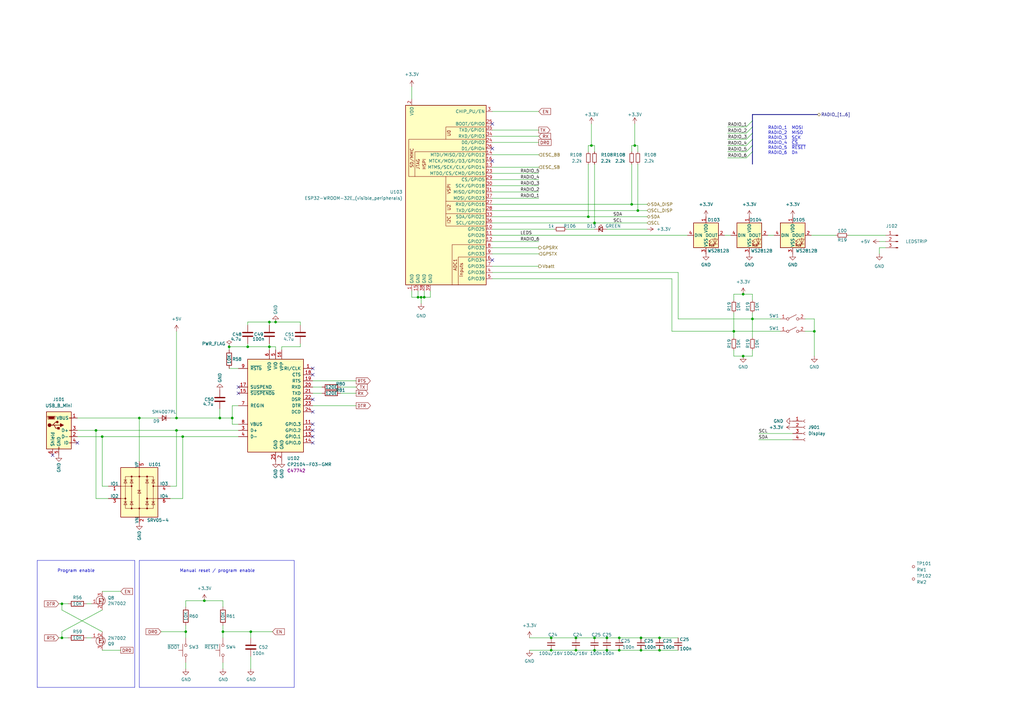
<source format=kicad_sch>
(kicad_sch (version 20230121) (generator eeschema)
  (paper "A3")
  (junction (at 76.2 259.08))
  (junction (at 57.15 171.45))
  (junction (at 259.08 83.82))
  (junction (at 39.37 176.53))
  (junction (at 243.84 266.7))
  (junction (at 254 261.62))
  (junction (at 95.25 171.45))
  (junction (at 243.84 261.62))
  (junction (at 91.44 259.08))
  (junction (at 270.51 261.62))
  (junction (at 270.51 266.7))
  (junction (at 236.22 266.7))
  (junction (at 171.45 121.92))
  (junction (at 226.06 266.7))
  (junction (at 83.82 246.38))
  (junction (at 248.92 261.62))
  (junction (at 72.39 176.53))
  (junction (at 248.92 266.7))
  (junction (at 101.6 142.24))
  (junction (at 254 266.7))
  (junction (at 308.61 130.81))
  (junction (at 173.99 121.92))
  (junction (at 300.99 135.89))
  (junction (at 243.84 91.44))
  (junction (at 102.87 259.08))
  (junction (at 304.8 120.65))
  (junction (at 261.62 86.36))
  (junction (at 304.8 146.05))
  (junction (at 242.57 59.69))
  (junction (at 110.49 142.24))
  (junction (at 236.22 261.62))
  (junction (at 113.03 132.08))
  (junction (at 110.49 132.08))
  (junction (at 262.89 266.7))
  (junction (at 90.17 171.45))
  (junction (at 241.3 88.9))
  (junction (at 25.4 247.65))
  (junction (at 226.06 261.62))
  (junction (at 262.89 261.62))
  (junction (at 25.4 261.62))
  (junction (at 41.91 179.07))
  (junction (at 93.98 142.24))
  (junction (at 172.72 121.92))
  (junction (at 334.01 135.89))
  (junction (at 72.39 171.45))
  (junction (at 260.35 59.69))
  (junction (at 74.93 179.07))
  (no_connect (at 201.93 106.68))
  (no_connect (at 201.93 60.96))
  (no_connect (at 128.27 163.83))
  (no_connect (at 201.93 50.8))
  (no_connect (at 128.27 168.91))
  (no_connect (at 97.79 158.75))
  (no_connect (at 97.79 161.29))
  (no_connect (at 128.27 151.13))
  (no_connect (at 21.59 186.69))
  (no_connect (at 128.27 173.99))
  (no_connect (at 31.75 181.61))
  (no_connect (at 128.27 181.61))
  (no_connect (at 128.27 176.53))
  (no_connect (at 128.27 179.07))
  (no_connect (at 128.27 153.67))
  (no_connect (at 201.93 66.04))
  (bus_entry (at 308.61 57.15) (size -2.54 2.54))
  (bus_entry (at 308.61 62.23) (size -2.54 2.54))
  (bus_entry (at 308.61 59.69) (size -2.54 2.54))
  (bus_entry (at 308.61 54.61) (size -2.54 2.54))
  (bus_entry (at 308.61 52.07) (size -2.54 2.54))
  (bus_entry (at 308.61 49.53) (size -2.54 2.54))
  (wire (pts (xy 57.15 171.45) (xy 57.15 189.23)))
  (wire (pts (xy 347.98 96.52) (xy 363.22 96.52)))
  (wire (pts (xy 226.06 261.62) (xy 236.22 261.62)))
  (wire (pts (xy 41.91 179.07) (xy 41.91 199.39)))
  (wire (pts (xy 220.98 68.58) (xy 201.93 68.58)))
  (wire (pts (xy 201.93 73.66) (xy 220.98 73.66)))
  (wire (pts (xy 115.57 143.51) (xy 115.57 142.24)))
  (wire (pts (xy 243.84 91.44) (xy 265.43 91.44)))
  (bus (pts (xy 308.61 57.15) (xy 308.61 59.69)))
  (wire (pts (xy 201.93 78.74) (xy 220.98 78.74)))
  (wire (pts (xy 101.6 132.08) (xy 110.49 132.08)))
  (wire (pts (xy 261.62 86.36) (xy 201.93 86.36)))
  (wire (pts (xy 265.43 83.82) (xy 259.08 83.82)))
  (wire (pts (xy 172.72 121.92) (xy 172.72 124.46)))
  (wire (pts (xy 242.57 50.8) (xy 242.57 59.69)))
  (wire (pts (xy 304.8 146.05) (xy 308.61 146.05)))
  (wire (pts (xy 72.39 176.53) (xy 97.79 176.53)))
  (wire (pts (xy 298.45 59.69) (xy 306.07 59.69)))
  (wire (pts (xy 311.15 177.8) (xy 325.12 177.8)))
  (wire (pts (xy 308.61 146.05) (xy 308.61 143.51)))
  (wire (pts (xy 300.99 146.05) (xy 304.8 146.05)))
  (wire (pts (xy 232.41 93.98) (xy 243.84 93.98)))
  (wire (pts (xy 311.15 180.34) (xy 325.12 180.34)))
  (wire (pts (xy 201.93 99.06) (xy 220.98 99.06)))
  (wire (pts (xy 236.22 266.7) (xy 243.84 266.7)))
  (wire (pts (xy 172.72 121.92) (xy 173.99 121.92)))
  (wire (pts (xy 101.6 142.24) (xy 110.49 142.24)))
  (polyline (pts (xy 57.15 229.87) (xy 120.65 229.87)))
  (wire (pts (xy 254 261.62) (xy 262.89 261.62)))
  (wire (pts (xy 201.93 114.3) (xy 275.59 114.3)))
  (wire (pts (xy 242.57 59.69) (xy 243.84 59.69)))
  (wire (pts (xy 139.7 161.29) (xy 146.05 161.29)))
  (wire (pts (xy 93.98 143.51) (xy 93.98 142.24)))
  (wire (pts (xy 300.99 143.51) (xy 300.99 146.05)))
  (wire (pts (xy 248.92 266.7) (xy 254 266.7)))
  (wire (pts (xy 110.49 133.35) (xy 110.49 132.08)))
  (wire (pts (xy 115.57 142.24) (xy 123.19 142.24)))
  (wire (pts (xy 95.25 171.45) (xy 95.25 173.99)))
  (wire (pts (xy 173.99 121.92) (xy 176.53 121.92)))
  (wire (pts (xy 297.18 96.52) (xy 299.72 96.52)))
  (wire (pts (xy 298.45 52.07) (xy 306.07 52.07)))
  (wire (pts (xy 320.04 135.89) (xy 300.99 135.89)))
  (wire (pts (xy 132.08 158.75) (xy 128.27 158.75)))
  (wire (pts (xy 76.2 246.38) (xy 83.82 246.38)))
  (wire (pts (xy 113.03 142.24) (xy 113.03 143.51)))
  (wire (pts (xy 330.2 135.89) (xy 334.01 135.89)))
  (wire (pts (xy 308.61 130.81) (xy 308.61 138.43)))
  (wire (pts (xy 91.44 256.54) (xy 91.44 259.08)))
  (wire (pts (xy 110.49 142.24) (xy 113.03 142.24)))
  (wire (pts (xy 259.08 59.69) (xy 259.08 62.23)))
  (wire (pts (xy 57.15 171.45) (xy 64.77 171.45)))
  (wire (pts (xy 332.74 96.52) (xy 342.9 96.52)))
  (wire (pts (xy 25.4 261.62) (xy 27.94 261.62)))
  (wire (pts (xy 168.91 35.56) (xy 168.91 40.64)))
  (wire (pts (xy 69.85 204.47) (xy 74.93 204.47)))
  (wire (pts (xy 123.19 132.08) (xy 113.03 132.08)))
  (wire (pts (xy 261.62 67.31) (xy 261.62 86.36)))
  (wire (pts (xy 260.35 59.69) (xy 261.62 59.69)))
  (wire (pts (xy 201.93 93.98) (xy 227.33 93.98)))
  (wire (pts (xy 91.44 259.08) (xy 102.87 259.08)))
  (wire (pts (xy 334.01 130.81) (xy 334.01 135.89)))
  (wire (pts (xy 201.93 76.2) (xy 220.98 76.2)))
  (wire (pts (xy 97.79 166.37) (xy 95.25 166.37)))
  (wire (pts (xy 248.92 93.98) (xy 265.43 93.98)))
  (wire (pts (xy 44.45 204.47) (xy 39.37 204.47)))
  (wire (pts (xy 93.98 142.24) (xy 101.6 142.24)))
  (wire (pts (xy 360.68 99.06) (xy 363.22 99.06)))
  (wire (pts (xy 275.59 135.89) (xy 275.59 114.3)))
  (wire (pts (xy 248.92 261.62) (xy 254 261.62)))
  (wire (pts (xy 304.8 120.65) (xy 308.61 120.65)))
  (wire (pts (xy 31.75 176.53) (xy 39.37 176.53)))
  (wire (pts (xy 41.91 250.19) (xy 25.4 259.08)))
  (wire (pts (xy 308.61 120.65) (xy 308.61 123.19)))
  (wire (pts (xy 83.82 246.38) (xy 91.44 246.38)))
  (wire (pts (xy 243.84 67.31) (xy 243.84 91.44)))
  (wire (pts (xy 334.01 135.89) (xy 334.01 146.05)))
  (wire (pts (xy 101.6 132.08) (xy 101.6 133.35)))
  (wire (pts (xy 76.2 259.08) (xy 76.2 261.62)))
  (wire (pts (xy 123.19 133.35) (xy 123.19 132.08)))
  (wire (pts (xy 95.25 166.37) (xy 95.25 171.45)))
  (wire (pts (xy 168.91 121.92) (xy 168.91 119.38)))
  (wire (pts (xy 270.51 261.62) (xy 278.13 261.62)))
  (wire (pts (xy 72.39 171.45) (xy 90.17 171.45)))
  (wire (pts (xy 201.93 71.12) (xy 220.98 71.12)))
  (wire (pts (xy 217.17 261.62) (xy 226.06 261.62)))
  (wire (pts (xy 95.25 173.99) (xy 97.79 173.99)))
  (polyline (pts (xy 15.24 281.94) (xy 15.24 229.87)))
  (wire (pts (xy 243.84 261.62) (xy 248.92 261.62)))
  (wire (pts (xy 113.03 132.08) (xy 110.49 132.08)))
  (wire (pts (xy 72.39 199.39) (xy 72.39 176.53)))
  (polyline (pts (xy 55.245 281.94) (xy 15.24 281.94)))
  (wire (pts (xy 31.75 179.07) (xy 41.91 179.07)))
  (wire (pts (xy 300.99 120.65) (xy 304.8 120.65)))
  (wire (pts (xy 35.56 261.62) (xy 37.465 261.62)))
  (wire (pts (xy 91.44 261.62) (xy 91.44 259.08)))
  (wire (pts (xy 201.93 88.9) (xy 241.3 88.9)))
  (wire (pts (xy 76.2 246.38) (xy 76.2 248.92)))
  (wire (pts (xy 220.98 58.42) (xy 201.93 58.42)))
  (wire (pts (xy 261.62 59.69) (xy 261.62 62.23)))
  (wire (pts (xy 241.3 88.9) (xy 265.43 88.9)))
  (wire (pts (xy 76.2 274.32) (xy 76.2 271.78)))
  (wire (pts (xy 300.99 123.19) (xy 300.99 120.65)))
  (wire (pts (xy 217.17 266.7) (xy 226.06 266.7)))
  (wire (pts (xy 76.2 259.08) (xy 66.04 259.08)))
  (wire (pts (xy 102.87 259.08) (xy 102.87 261.62)))
  (wire (pts (xy 41.91 266.7) (xy 49.53 266.7)))
  (wire (pts (xy 201.93 96.52) (xy 281.94 96.52)))
  (wire (pts (xy 259.08 59.69) (xy 260.35 59.69)))
  (wire (pts (xy 90.17 171.45) (xy 95.25 171.45)))
  (wire (pts (xy 173.99 121.92) (xy 173.99 119.38)))
  (wire (pts (xy 226.06 266.7) (xy 236.22 266.7)))
  (wire (pts (xy 128.27 166.37) (xy 146.05 166.37)))
  (wire (pts (xy 74.93 179.07) (xy 97.79 179.07)))
  (wire (pts (xy 220.98 101.6) (xy 201.93 101.6)))
  (wire (pts (xy 243.84 266.7) (xy 248.92 266.7)))
  (wire (pts (xy 69.85 199.39) (xy 72.39 199.39)))
  (wire (pts (xy 363.22 101.6) (xy 360.68 101.6)))
  (wire (pts (xy 91.44 246.38) (xy 91.44 248.92)))
  (wire (pts (xy 262.89 266.7) (xy 270.51 266.7)))
  (polyline (pts (xy 120.65 281.94) (xy 57.15 281.94)))
  (wire (pts (xy 220.98 104.14) (xy 201.93 104.14)))
  (wire (pts (xy 260.35 50.8) (xy 260.35 59.69)))
  (wire (pts (xy 314.96 96.52) (xy 317.5 96.52)))
  (wire (pts (xy 72.39 135.89) (xy 72.39 171.45)))
  (bus (pts (xy 335.28 46.99) (xy 308.61 46.99)))
  (wire (pts (xy 298.45 64.77) (xy 306.07 64.77)))
  (wire (pts (xy 220.98 63.5) (xy 201.93 63.5)))
  (wire (pts (xy 110.49 140.97) (xy 110.49 142.24)))
  (wire (pts (xy 168.91 121.92) (xy 171.45 121.92)))
  (polyline (pts (xy 57.15 281.94) (xy 57.15 229.87)))
  (wire (pts (xy 171.45 121.92) (xy 172.72 121.92)))
  (wire (pts (xy 241.3 59.69) (xy 242.57 59.69)))
  (wire (pts (xy 110.49 142.24) (xy 110.49 143.51)))
  (wire (pts (xy 76.2 256.54) (xy 76.2 259.08)))
  (wire (pts (xy 39.37 176.53) (xy 72.39 176.53)))
  (wire (pts (xy 25.4 247.65) (xy 25.4 250.19)))
  (wire (pts (xy 39.37 176.53) (xy 39.37 204.47)))
  (wire (pts (xy 300.99 135.89) (xy 275.59 135.89)))
  (wire (pts (xy 300.99 138.43) (xy 300.99 135.89)))
  (wire (pts (xy 220.98 109.22) (xy 201.93 109.22)))
  (wire (pts (xy 298.45 57.15) (xy 306.07 57.15)))
  (wire (pts (xy 97.79 151.13) (xy 93.98 151.13)))
  (wire (pts (xy 201.93 81.28) (xy 220.98 81.28)))
  (wire (pts (xy 360.68 101.6) (xy 360.68 104.14)))
  (wire (pts (xy 243.84 59.69) (xy 243.84 62.23)))
  (wire (pts (xy 41.91 179.07) (xy 74.93 179.07)))
  (wire (pts (xy 241.3 59.69) (xy 241.3 62.23)))
  (bus (pts (xy 308.61 46.99) (xy 308.61 49.53)))
  (wire (pts (xy 262.89 261.62) (xy 270.51 261.62)))
  (wire (pts (xy 102.87 269.24) (xy 102.87 274.32)))
  (wire (pts (xy 128.27 156.21) (xy 146.05 156.21)))
  (wire (pts (xy 35.56 247.65) (xy 37.465 247.65)))
  (polyline (pts (xy 120.65 229.87) (xy 120.65 281.94)))
  (wire (pts (xy 259.08 67.31) (xy 259.08 83.82)))
  (wire (pts (xy 101.6 140.97) (xy 101.6 142.24)))
  (wire (pts (xy 270.51 266.7) (xy 278.13 266.7)))
  (wire (pts (xy 74.93 204.47) (xy 74.93 179.07)))
  (wire (pts (xy 102.87 259.08) (xy 111.76 259.08)))
  (polyline (pts (xy 15.24 229.87) (xy 55.245 229.87)))
  (wire (pts (xy 300.99 128.27) (xy 300.99 135.89)))
  (wire (pts (xy 132.08 161.29) (xy 128.27 161.29)))
  (wire (pts (xy 123.19 142.24) (xy 123.19 140.97)))
  (wire (pts (xy 31.75 171.45) (xy 57.15 171.45)))
  (wire (pts (xy 139.7 158.75) (xy 146.05 158.75)))
  (bus (pts (xy 308.61 52.07) (xy 308.61 54.61)))
  (wire (pts (xy 25.4 250.19) (xy 41.91 259.08)))
  (bus (pts (xy 308.61 59.69) (xy 308.61 62.23)))
  (wire (pts (xy 91.44 274.32) (xy 91.44 271.78)))
  (wire (pts (xy 220.98 55.88) (xy 201.93 55.88)))
  (wire (pts (xy 298.45 62.23) (xy 306.07 62.23)))
  (wire (pts (xy 69.85 171.45) (xy 72.39 171.45)))
  (wire (pts (xy 254 266.7) (xy 262.89 266.7)))
  (wire (pts (xy 241.3 67.31) (xy 241.3 88.9)))
  (wire (pts (xy 220.98 53.34) (xy 201.93 53.34)))
  (wire (pts (xy 220.98 45.72) (xy 201.93 45.72)))
  (wire (pts (xy 25.4 247.65) (xy 24.13 247.65)))
  (wire (pts (xy 308.61 128.27) (xy 308.61 130.81)))
  (wire (pts (xy 176.53 119.38) (xy 176.53 121.92)))
  (wire (pts (xy 25.4 261.62) (xy 24.13 261.62)))
  (wire (pts (xy 320.04 130.81) (xy 308.61 130.81)))
  (wire (pts (xy 171.45 119.38) (xy 171.45 121.92)))
  (wire (pts (xy 201.93 91.44) (xy 243.84 91.44)))
  (wire (pts (xy 308.61 130.81) (xy 278.13 130.81)))
  (wire (pts (xy 259.08 83.82) (xy 201.93 83.82)))
  (wire (pts (xy 25.4 247.65) (xy 27.94 247.65)))
  (wire (pts (xy 44.45 199.39) (xy 41.91 199.39)))
  (wire (pts (xy 49.53 242.57) (xy 41.91 242.57)))
  (wire (pts (xy 201.93 111.76) (xy 278.13 111.76)))
  (wire (pts (xy 278.13 130.81) (xy 278.13 111.76)))
  (wire (pts (xy 298.45 54.61) (xy 306.07 54.61)))
  (wire (pts (xy 236.22 261.62) (xy 243.84 261.62)))
  (wire (pts (xy 330.2 130.81) (xy 334.01 130.81)))
  (bus (pts (xy 308.61 62.23) (xy 308.61 67.31)))
  (bus (pts (xy 308.61 49.53) (xy 308.61 52.07)))
  (wire (pts (xy 25.4 261.62) (xy 25.4 259.08)))
  (wire (pts (xy 90.17 167.64) (xy 90.17 171.45)))
  (bus (pts (xy 308.61 54.61) (xy 308.61 57.15)))
  (wire (pts (xy 265.43 86.36) (xy 261.62 86.36)))
  (polyline (pts (xy 55.245 229.87) (xy 55.245 281.94)))
  (text "Program enable" (at 23.495 234.95 0) (effects (font (size 1.27 1.27)) (justify left bottom)))
  (text "RADIO_1  MOSI\nRADIO_2  MISO\nRADIO_3  SCK\nRADIO_4  ~{CS}\nRADIO_5  ~{RESET}\nRADIO_6  Dn\n" (at 314.96 63.5 0) (effects (font (size 1.27 1.27)) (justify left bottom)))
  (text "Manual reset / program enable" (at 73.66 234.95 0) (effects (font (size 1.27 1.27)) (justify left bottom)))
  (label "RADIO_2" (at 213.36 78.74 0))
  (label "RADIO_3" (at 298.45 57.15 0))
  (label "RADIO_4" (at 213.36 73.66 0))
  (label "SDA" (at 311.15 180.34 0))
  (label "RADIO_6" (at 213.36 99.06 0))
  (label "SCL" (at 311.15 177.8 0))
  (label "RADIO_5" (at 298.45 62.23 0))
  (label "RADIO_5" (at 213.36 71.12 0))
  (label "RADIO_1" (at 213.36 81.28 0))
  (label "RADIO_2" (at 298.45 54.61 0))
  (label "RADIO_3" (at 213.36 76.2 0))
  (label "SDA" (at 251.46 88.9 0))
  (label "RADIO_6" (at 298.45 64.77 0))
  (label "LEDS" (at 213.36 96.52 0))
  (label "RADIO_4" (at 298.45 59.69 0))
  (label "SCL" (at 251.46 91.44 0))
  (label "RADIO_1" (at 298.45 52.07 0))
  (global_label "TX" (shape input) (at 146.05 158.75 0) (property "Intersheetrefs" "${INTERSHEET_REFS}" (effects hide)))
  (global_label "RTS" (shape input) (at 24.13 261.62 180) (property "Intersheetrefs" "${INTERSHEET_REFS}" (effects hide)))
  (global_label "DR0" (shape input) (at 66.04 259.08 180) (property "Intersheetrefs" "${INTERSHEET_REFS}" (effects hide)))
  (global_label "EN" (shape input) (at 111.76 259.08 0) (property "Intersheetrefs" "${INTERSHEET_REFS}" (effects hide)))
  (global_label "EN" (shape input) (at 49.53 242.57 0) (property "Intersheetrefs" "${INTERSHEET_REFS}" (effects hide)))
  (global_label "TX" (shape output) (at 220.98 53.34 0) (property "Intersheetrefs" "${INTERSHEET_REFS}" (effects hide)))
  (global_label "RX" (shape output) (at 146.05 161.29 0) (property "Intersheetrefs" "${INTERSHEET_REFS}" (effects hide)))
  (global_label "DTR" (shape input) (at 24.13 247.65 180) (property "Intersheetrefs" "${INTERSHEET_REFS}" (effects hide)))
  (global_label "DR0" (shape passive) (at 49.53 266.7 0) (property "Intersheetrefs" "${INTERSHEET_REFS}" (effects hide)))
  (global_label "EN" (shape input) (at 220.98 45.72 0) (property "Intersheetrefs" "${INTERSHEET_REFS}" (effects hide)))
  (global_label "DTR" (shape output) (at 146.05 166.37 0) (property "Intersheetrefs" "${INTERSHEET_REFS}" (effects hide)))
  (global_label "RTS" (shape output) (at 146.05 156.21 0) (property "Intersheetrefs" "${INTERSHEET_REFS}" (effects hide)))
  (global_label "RX" (shape input) (at 220.98 55.88 0) (property "Intersheetrefs" "${INTERSHEET_REFS}" (effects hide)))
  (global_label "DR0" (shape passive) (at 220.98 58.42 0) (property "Intersheetrefs" "${INTERSHEET_REFS}" (effects hide)))
  (hierarchical_label "Vbatt" (shape output) (at 220.98 109.22 0))
  (hierarchical_label "ESC_BB" (shape input) (at 220.98 63.5 0))
  (hierarchical_label "SDA" (shape bidirectional) (at 265.43 88.9 0))
  (hierarchical_label "ESC_SB" (shape input) (at 220.98 68.58 0))
  (hierarchical_label "GPSRX" (shape output) (at 220.98 101.6 0))
  (hierarchical_label "SCL" (shape input) (at 265.43 91.44 0))
  (hierarchical_label "GPSTX" (shape input) (at 220.98 104.14 0))
  (hierarchical_label "RADIO_[1..6]" (shape bidirectional) (at 335.28 46.99 0))
  (hierarchical_label "SCL_DISP" (shape input) (at 265.43 86.36 0))
  (hierarchical_label "SDA_DISP" (shape bidirectional) (at 265.43 83.82 0))
  (symbol (lib_id "power:+3.3V") (at 83.82 246.38 0) (unit 1)
    (property "Reference" "#PWR0105" (effects hide))
    (property "Value" "+3.3V" (at 83.82 241.3 0))
  )
  (symbol (lib_id "Device:C") (at 123.19 137.16 0) (unit 1)
    (property "Reference" "C51" (at 116.84 137.16 0) (effects (justify left)))
    (property "Value" "4.7u" (at 116.205 139.065 0) (effects (justify left)))
    (property "Footprint" "A_Device:C_0603" (effects hide))
    (property "LCSC" "C19666" (effects hide))
    (instances (project "Smartbox4.0_V1.3" (path "" (reference "C51") (unit 1))) (project "Nice-Buoy-V1.0" (path "" (reference "C105") (unit 1))))
  )
  (symbol (lib_id "Connector:USB_B_Mini") (at 24.13 176.53 0) (unit 1)
    (property "Reference" "J101" (at 24.13 163.83 0))
    (property "Value" "USB_B_Mini" (at 24.13 166.37 0))
    (property "Footprint" "Connector_USB:USB_Micro-B_Amphenol_10118193-0001LF_Horizontal" (effects hide))
  )
  (symbol (lib_id "Connector:TestPoint_Small") (at 374.65 237.49 0) (unit 1)
    (property "Reference" "TP102" (at 375.92 236.22 0) (effects (justify left)))
    (property "Value" "RW2" (at 375.92 238.76 0) (effects (justify left)))
    (property "Footprint" "A_Misc:ReworkPins" (effects hide))
  )
  (symbol (lib_id "Device:R_Small") (at 308.61 140.97 180) (unit 1)
    (property "Reference" "R19" (at 306.705 140.97 90))
    (property "Value" "10K" (at 310.515 140.97 90))
    (property "Footprint" "A_Device:R_0603" (effects hide))
    (property "LCSC" "C22843" (effects hide))
    (instances (project "NIKOLA-02-E-001_PCAScannerController_R1" (path "" (reference "R19") (unit 1))) (project "Nice-Buoy-V1.0" (path "" (reference "R28") (unit 1)) (path "" (reference "R116") (unit 1))))
  )
  (symbol (lib_id "Device:C") (at 101.6 137.16 0) (unit 1)
    (property "Reference" "C48" (at 95.25 137.16 0) (effects (justify left)))
    (property "Value" "4.7u" (at 94.615 139.065 0) (effects (justify left)))
    (property "Footprint" "A_Device:C_0603" (effects hide))
    (property "LCSC" "C19666" (effects hide))
    (instances (project "Smartbox4.0_V1.3" (path "" (reference "C48") (unit 1))) (project "Nice-Buoy-V1.0" (path "" (reference "C102") (unit 1))))
  )
  (symbol (lib_id "Device:C_Small") (at 236.22 264.16 0) (unit 1)
    (property "Reference" "C24" (at 234.95 260.35 0) (effects (justify left)))
    (property "Value" "100u/16V" (at 231.14 267.97 0) (effects (justify left)))
    (property "Footprint" "Capacitor_SMD:C_1210_3225Metric" (effects hide))
    (property "LCSC" "C90143" (effects hide))
    (instances (project "NIKOLA-02-E-001_PCAScannerController_R1" (path "" (reference "C24") (unit 1))) (project "Nice-Buoy-V1.0" (path "" (reference "C211") (unit 1)) (path "" (reference "C107") (unit 1))))
  )
  (symbol (lib_id "power:GND") (at 115.57 189.23 0) (unit 1)
    (property "Reference" "#PWR0122" (effects hide))
    (property "Value" "GND" (at 115.57 194.31 90))
    (instances (project "Smartbox4.0_V1.3" (path "" (reference "#PWR0122") (unit 1))) (project "Nice-Buoy-V1.0" (path "" (reference "#PWR0111") (unit 1))))
  )
  (symbol (lib_id "power:GND") (at 91.44 274.32 0) (unit 1)
    (property "Reference" "#PWR0123" (effects hide))
    (property "Value" "GND" (at 91.567 278.7142 0))
    (instances (project "Smartbox4.0_V1.3" (path "" (reference "#PWR0123") (unit 1))) (project "Nice-Buoy-V1.0" (path "" (reference "#PWR0107") (unit 1))))
  )
  (symbol (lib_id "power:GND") (at 307.34 104.14 0) (unit 1)
    (property "Reference" "#PWR0121" (effects hide))
    (property "Value" "GND" (at 307.34 108.585 0))
    (instances (project "Nice-Buoy-V1.0" (path "" (reference "#PWR0121") (unit 1)) (path "" (reference "#PWR0226") (unit 1)) (path "" (reference "#PWR0123") (unit 1))))
  )
  (symbol (lib_id "power:GND") (at 90.17 160.02 180) (unit 1)
    (property "Reference" "#PWR080" (effects hide))
    (property "Value" "GND" (at 90.17 154.94 90))
    (instances (project "Smartbox4.0_V1.3" (path "" (reference "#PWR080") (unit 1))) (project "Nice-Buoy-V1.0" (path "" (reference "#PWR0106") (unit 1))))
  )
  (symbol (lib_id "Switch:SW_Push") (at 91.44 266.7 90) (unit 1)
    (property "Reference" "SW4" (at 92.6592 265.3792 90) (effects (justify right)))
    (property "Value" "~{RESET}" (at 83.82 265.43 90) (effects (justify right)))
    (property "Footprint" "Connector_PinHeader_2.54mm:PinHeader_1x02_P2.54mm_Vertical" (effects hide))
    (property "Farnell" "-" (effects hide))
    (instances (project "Smartbox4.0_V1.3" (path "" (reference "SW4") (unit 1))) (project "Nice-Buoy-V1.0" (path "" (reference "SW102") (unit 1))))
  )
  (symbol (lib_id "power:GND") (at 113.03 189.23 0) (unit 1)
    (property "Reference" "#PWR0121" (effects hide))
    (property "Value" "GND" (at 113.03 194.31 90))
    (instances (project "Smartbox4.0_V1.3" (path "" (reference "#PWR0121") (unit 1))) (project "Nice-Buoy-V1.0" (path "" (reference "#PWR0110") (unit 1))))
  )
  (symbol (lib_id "power:+3.3V") (at 325.12 175.26 90) (unit 1)
    (property "Reference" "#PWR0902" (effects hide))
    (property "Value" "+3.3V" (at 321.31 175.26 90) (effects (justify left)))
    (instances (project "Nice-Buoy-V1.0" (path "" (reference "#PWR0902") (unit 1)) (path "" (reference "#PWR0131") (unit 1))))
  )
  (symbol (lib_id "Device:R_Small") (at 300.99 125.73 180) (unit 1)
    (property "Reference" "R19" (at 299.085 125.73 90))
    (property "Value" "10K" (at 302.895 125.73 90))
    (property "Footprint" "A_Device:R_0603" (effects hide))
    (property "LCSC" "C22843" (effects hide))
    (instances (project "NIKOLA-02-E-001_PCAScannerController_R1" (path "" (reference "R19") (unit 1))) (project "Nice-Buoy-V1.0" (path "" (reference "R28") (unit 1)) (path "" (reference "R113") (unit 1))))
  )
  (symbol (lib_id "power:GND") (at 325.12 172.72 270) (unit 1)
    (property "Reference" "#PWR0901" (effects hide))
    (property "Value" "GND" (at 321.31 172.72 90) (effects (justify right)))
    (instances (project "Nice-Buoy-V1.0" (path "" (reference "#PWR0901") (unit 1)) (path "" (reference "#PWR0130") (unit 1))))
  )
  (symbol (lib_id "Device:C_Small") (at 278.13 264.16 0) (unit 1)
    (property "Reference" "C25" (at 278.765 262.255 0) (effects (justify left)))
    (property "Value" "100n" (at 278.765 266.065 0) (effects (justify left)))
    (property "Footprint" "A_Device:C_0603" (effects hide))
    (property "LCSC" "C14663" (effects hide))
    (instances (project "NIKOLA-02-E-001_PCAScannerController_R1" (path "" (reference "C25") (unit 1))) (project "Nice-Buoy-V1.0" (path "" (reference "C218") (unit 1)) (path "" (reference "C113") (unit 1))))
  )
  (symbol (lib_id "Confocal:CP2104-F03-GMR") (at 113.03 166.37 0) (unit 1)
    (property "Reference" "U102" (at 117.7641 187.96 0) (effects (justify left)))
    (property "Value" "CP2104-F03-GMR" (at 117.7641 190.5 0) (effects (justify left)))
    (property "Footprint" "Package_DFN_QFN:QFN-24-1EP_4x4mm_P0.5mm_EP2.6x2.6mm" (effects hide))
    (property "Datasheet" "https://datasheet.lcsc.com/lcsc/1809191938_SILICON-LABS-CP2104-F03-GMR_C47742.pdf" (effects hide))
    (property "LCSC" "C47742" (at 117.7641 193.04 0) (effects (justify left)))
  )
  (symbol (lib_id "Device:D_Small") (at 67.31 171.45 0) (mirror y) (unit 1)
    (property "Reference" "D9" (at 64.135 172.72 0))
    (property "Value" "SM4007PL" (at 67.31 168.91 0))
    (property "Footprint" "A_Device:D_SOD-123_2.85x1.8x1.3" (effects hide))
    (property "Datasheet" "https://datasheet.lcsc.com/lcsc/1809301215_MDD-Microdiode-Electronics-SM4007PL_C64898.pdf" (effects hide))
    (property "LCSC" "C64898 " (effects hide))
    (instances (project "Smartbox4.0_V1.3" (path "" (reference "D9") (unit 1))) (project "Nice-Buoy-V1.0" (path "" (reference "D101") (unit 1))))
  )
  (symbol (lib_id "SmartBox4-0V1.2-rescue:NFET_small-AirSupplies-Repeater_4x_V1_0-rescue-Repeater_4x_USB_V1.1-rescue") (at 40.64 262.89 0) (mirror x) (unit 1)
    (property "Reference" "Q9" (at 44.1452 264.0584 0) (effects (justify left)))
    (property "Value" "2N7002" (at 44.1452 261.747 0) (effects (justify left)))
    (property "Footprint" "A_IC_SOT:SOT-23_1.4x3_P0.95" (effects hide))
    (property "LCSC" "C8545" (effects hide))
    (property "Octopart" "C20917" (effects hide))
    (instances (project "Smartbox4.0_V1.3" (path "" (reference "Q9") (unit 1))) (project "Nice-Buoy-V1.0" (path "" (reference "Q102") (unit 1))))
  )
  (symbol (lib_id "power:+5V") (at 360.68 99.06 90) (unit 1)
    (property "Reference" "#PWR0127" (effects hide))
    (property "Value" "+5V" (at 356.87 99.06 90) (effects (justify left)))
  )
  (symbol (lib_id "Device:R") (at 91.44 252.73 0) (unit 1)
    (property "Reference" "R61" (at 92.71 252.73 0) (effects (justify left)))
    (property "Value" "10K" (at 91.44 252.73 90))
    (property "Footprint" "A_Device:R_0603" (effects hide))
    (property "Farnell" "2331736" (effects hide))
    (property "MF" "TE CONNECTIVITY" (effects hide))
    (property "MFN" "CRGH0603F10K" (effects hide))
    (property "LCSC" "C25804" (effects hide))
    (instances (project "Smartbox4.0_V1.3" (path "" (reference "R61") (unit 1))) (project "Nice-Buoy-V1.0" (path "" (reference "R104") (unit 1))))
  )
  (symbol (lib_id "Connector:Conn_01x03_Pin") (at 368.3 99.06 0) (mirror y) (unit 1)
    (property "Reference" "J102" (at 365.76 92.71 0))
    (property "Value" "LEDSTRIP" (at 375.92 99.06 0))
    (property "Footprint" "Connector_JST:JST_XH_B3B-XH-A_1x03_P2.50mm_Vertical" (effects hide))
    (property "LCSC" "C161870" (effects hide))
  )
  (symbol (lib_id "Device:R") (at 93.98 147.32 0) (unit 1)
    (property "Reference" "R58" (at 95.25 147.32 0) (effects (justify left)))
    (property "Value" "10K" (at 93.98 147.32 90))
    (property "Footprint" "A_Device:R_0603" (effects hide))
    (property "Farnell" "2331736" (effects hide))
    (property "MF" "TE CONNECTIVITY" (effects hide))
    (property "MFN" "CRGH0603F10K" (effects hide))
    (property "LCSC" "C25804" (effects hide))
    (instances (project "Smartbox4.0_V1.3" (path "" (reference "R58") (unit 1))) (project "Nice-Buoy-V1.0" (path "" (reference "R105") (unit 1))))
  )
  (symbol (lib_id "Device:R_Small") (at 241.3 64.77 0) (mirror y) (unit 1)
    (property "Reference" "R108" (at 238.76 63.5 0) (effects (justify left)))
    (property "Value" "2.2k" (at 238.76 66.04 0) (effects (justify left)))
    (property "Footprint" "A_Device:R_0603" (effects hide))
    (instances (project "Nice-Buoy-V1.0" (path "" (reference "R108") (unit 1)) (path "" (reference "R315") (unit 1)) (path "" (reference "R109") (unit 1))))
  )
  (symbol (lib_id "Device:C_Small") (at 226.06 264.16 0) (unit 1)
    (property "Reference" "C24" (at 224.79 260.35 0) (effects (justify left)))
    (property "Value" "100u/16V" (at 220.98 267.97 0) (effects (justify left)))
    (property "Footprint" "Capacitor_SMD:C_1210_3225Metric" (effects hide))
    (property "LCSC" "C90143" (effects hide))
    (instances (project "NIKOLA-02-E-001_PCAScannerController_R1" (path "" (reference "C24") (unit 1))) (project "Nice-Buoy-V1.0" (path "" (reference "C211") (unit 1)) (path "" (reference "C106") (unit 1))))
  )
  (symbol (lib_id "Device:R_Small") (at 261.62 64.77 0) (unit 1)
    (property "Reference" "R108" (at 264.16 63.5 0) (effects (justify left)))
    (property "Value" "2.2k" (at 264.16 66.04 0) (effects (justify left)))
    (property "Footprint" "A_Device:R_0603" (effects hide))
    (instances (project "Nice-Buoy-V1.0" (path "" (reference "R108") (unit 1)) (path "" (reference "R315") (unit 1)) (path "" (reference "R112") (unit 1))))
  )
  (symbol (lib_id "power:GND") (at 76.2 274.32 0) (unit 1)
    (property "Reference" "#PWR081" (effects hide))
    (property "Value" "GND" (at 76.327 278.7142 0))
    (instances (project "Smartbox4.0_V1.3" (path "" (reference "#PWR081") (unit 1))) (project "Nice-Buoy-V1.0" (path "" (reference "#PWR0104") (unit 1))))
  )
  (symbol (lib_id "Device:R_Small") (at 259.08 64.77 0) (mirror y) (unit 1)
    (property "Reference" "R108" (at 256.54 63.5 0) (effects (justify left)))
    (property "Value" "2.2k" (at 256.54 66.04 0) (effects (justify left)))
    (property "Footprint" "A_Device:R_0603" (effects hide))
    (instances (project "Nice-Buoy-V1.0" (path "" (reference "R108") (unit 1)) (path "" (reference "R315") (unit 1)) (path "" (reference "R111") (unit 1))))
  )
  (symbol (lib_id "Device:C") (at 110.49 137.16 0) (unit 1)
    (property "Reference" "C49" (at 104.14 137.16 0) (effects (justify left)))
    (property "Value" "100n" (at 103.505 139.065 0) (effects (justify left)))
    (property "Footprint" "A_Device:C_0603" (effects hide))
    (property "LCSC" "C14663" (effects hide))
    (instances (project "Smartbox4.0_V1.3" (path "" (reference "C49") (unit 1))) (project "Nice-Buoy-V1.0" (path "" (reference "C104") (unit 1))))
  )
  (symbol (lib_id "Device:R_Small") (at 243.84 64.77 0) (unit 1)
    (property "Reference" "R108" (at 246.38 63.5 0) (effects (justify left)))
    (property "Value" "2.2k" (at 246.38 66.04 0) (effects (justify left)))
    (property "Footprint" "A_Device:R_0603" (effects hide))
    (instances (project "Nice-Buoy-V1.0" (path "" (reference "R108") (unit 1)) (path "" (reference "R315") (unit 1)) (path "" (reference "R110") (unit 1))))
  )
  (symbol (lib_id "Device:R") (at 31.75 247.65 270) (unit 1)
    (property "Reference" "R56" (at 31.75 245.11 90))
    (property "Value" "10K" (at 31.75 247.65 90))
    (property "Footprint" "A_Device:R_0603" (effects hide))
    (property "Farnell" "2331736" (effects hide))
    (property "MF" "TE CONNECTIVITY" (effects hide))
    (property "MFN" "CRGH0603F10K" (effects hide))
    (property "LCSC" "C25804" (effects hide))
    (instances (project "Smartbox4.0_V1.3" (path "" (reference "R56") (unit 1))) (project "Nice-Buoy-V1.0" (path "" (reference "R101") (unit 1))))
  )
  (symbol (lib_id "Device:C_Small") (at 248.92 264.16 0) (unit 1)
    (property "Reference" "C25" (at 247.015 260.35 0) (effects (justify left)))
    (property "Value" "100n" (at 247.015 267.97 0) (effects (justify left)))
    (property "Footprint" "A_Device:C_0603" (effects hide))
    (property "LCSC" "C14663" (effects hide))
    (instances (project "NIKOLA-02-E-001_PCAScannerController_R1" (path "" (reference "C25") (unit 1))) (project "Nice-Buoy-V1.0" (path "" (reference "C217") (unit 1)) (path "" (reference "C109") (unit 1))))
  )
  (symbol (lib_id "SmartBox4-0V1.2-rescue:NFET_small-AirSupplies-Repeater_4x_V1_0-rescue-Repeater_4x_USB_V1.1-rescue") (at 40.64 246.38 0) (unit 1)
    (property "Reference" "Q8" (at 44.1452 245.2116 0) (effects (justify left)))
    (property "Value" "2N7002" (at 44.1452 247.523 0) (effects (justify left)))
    (property "Footprint" "A_IC_SOT:SOT-23_1.4x3_P0.95" (effects hide))
    (property "LCSC" "C8545" (effects hide))
    (property "Octopart" "C20917" (effects hide))
    (instances (project "Smartbox4.0_V1.3" (path "" (reference "Q8") (unit 1))) (project "Nice-Buoy-V1.0" (path "" (reference "Q101") (unit 1))))
  )
  (symbol (lib_id "power:GND") (at 24.13 186.69 0) (unit 1)
    (property "Reference" "#PWR073" (effects hide))
    (property "Value" "GND" (at 24.13 191.77 90))
    (instances (project "Smartbox4.0_V1.3" (path "" (reference "#PWR073") (unit 1))) (project "Nice-Buoy-V1.0" (path "" (reference "#PWR0101") (unit 1))))
  )
  (symbol (lib_id "power:GND") (at 325.12 104.14 0) (unit 1)
    (property "Reference" "#PWR0121" (effects hide))
    (property "Value" "GND" (at 325.12 108.585 0))
    (instances (project "Nice-Buoy-V1.0" (path "" (reference "#PWR0121") (unit 1)) (path "" (reference "#PWR0226") (unit 1)) (path "" (reference "#PWR0125") (unit 1))))
  )
  (symbol (lib_id "LED:WS2812B") (at 289.56 96.52 0) (unit 1)
    (property "Reference" "D103" (at 292.735 90.17 0))
    (property "Value" "WS2812B" (at 294.64 102.87 0))
    (property "Footprint" "LED_SMD:LED_WS2812B_PLCC4_5.0x5.0mm_P3.2mm" (effects hide))
    (property "Datasheet" "https://cdn-shop.adafruit.com/datasheets/WS2812B.pdf" (effects hide))
  )
  (symbol (lib_id "power:+3.3V") (at 265.43 93.98 270) (unit 1)
    (property "Reference" "#PWR0118" (effects hide))
    (property "Value" "+3.3V" (at 269.24 93.98 90) (effects (justify left)))
  )
  (symbol (lib_id "Device:LED_Small") (at 246.38 93.98 0) (unit 1)
    (property "Reference" "D13" (at 242.57 92.71 0))
    (property "Value" "GREEN" (at 251.46 92.71 0))
    (property "Footprint" "A_Device:LED_0603" (effects hide))
    (instances (project "Nice-Buoy-V1.0" (path "" (reference "D13") (unit 1)) (path "" (reference "D102") (unit 1))))
  )
  (symbol (lib_id "Device:R_Small") (at 300.99 140.97 180) (unit 1)
    (property "Reference" "R19" (at 299.085 140.97 90))
    (property "Value" "10K" (at 302.895 140.97 90))
    (property "Footprint" "A_Device:R_0603" (effects hide))
    (property "LCSC" "C22843" (effects hide))
    (instances (project "NIKOLA-02-E-001_PCAScannerController_R1" (path "" (reference "R19") (unit 1))) (project "Nice-Buoy-V1.0" (path "" (reference "R28") (unit 1)) (path "" (reference "R114") (unit 1))))
  )
  (symbol (lib_id "power:+3.3V") (at 260.35 50.8 0) (unit 1)
    (property "Reference" "#PWR0117" (effects hide))
    (property "Value" "+3.3V" (at 260.35 46.99 0))
  )
  (symbol (lib_id "Airsupplies:ESP32-WROOM-32E_(visible_peripherals)") (at 182.88 80.01 0) (unit 1)
    (property "Reference" "U103" (at 165.1 78.74 0) (effects (justify right)))
    (property "Value" "ESP32-WROOM-32E_(visible_peripherals)" (at 165.1 81.28 0) (effects (justify right)))
    (property "Footprint" "A_Module:ESP32-WROOM-32" (effects hide))
  )
  (symbol (lib_id "power:GND") (at 360.68 104.14 0) (unit 1)
    (property "Reference" "#PWR0116" (effects hide))
    (property "Value" "GND" (at 360.68 109.22 0))
    (instances (project "Nice-Buoy-V1.0" (path "" (reference "#PWR0116") (unit 1)) (path "" (reference "#PWR0128") (unit 1))))
  )
  (symbol (lib_id "Device:R") (at 135.89 158.75 270) (unit 1)
    (property "Reference" "R80" (at 139.7 157.48 90))
    (property "Value" "120E" (at 135.89 158.75 90))
    (property "Footprint" "A_Device:R_0603" (effects hide))
    (property "Farnell" "2531679" (effects hide))
    (property "MF" "	TE CONNECTIVITY" (effects hide))
    (property "MFN" "CRGS0603J120R" (effects hide))
    (property "Octopart" "https://octopart.com/search?q=120Ohm+0603&currency=EUR&specs=0" (effects hide))
    (property "LCSC" "C25205" (effects hide))
    (instances (project "Smartbox4.0_V1.3" (path "" (reference "R80") (unit 1))) (project "Nice-Buoy-V1.0" (path "" (reference "R106") (unit 1))))
  )
  (symbol (lib_id "power:+3.3V") (at 217.17 261.62 0) (unit 1)
    (property "Reference" "#PWR0114" (effects hide))
    (property "Value" "+3.3V" (at 217.17 256.54 0))
  )
  (symbol (lib_id "Device:C") (at 90.17 163.83 0) (unit 1)
    (property "Reference" "C50" (at 83.82 163.83 0) (effects (justify left)))
    (property "Value" "4.7u" (at 83.185 165.735 0) (effects (justify left)))
    (property "Footprint" "A_Device:C_0603" (effects hide))
    (property "LCSC" "C19666" (effects hide))
    (instances (project "Smartbox4.0_V1.3" (path "" (reference "C50") (unit 1))) (project "Nice-Buoy-V1.0" (path "" (reference "C101") (unit 1))))
  )
  (symbol (lib_id "Device:C") (at 102.87 265.43 0) (unit 1)
    (property "Reference" "C52" (at 106.045 265.43 0) (effects (justify left)))
    (property "Value" "100n" (at 103.505 267.97 0) (effects (justify left)))
    (property "Footprint" "A_Device:C_0603" (effects hide))
    (property "LCSC" "C14663" (effects hide))
    (instances (project "Smartbox4.0_V1.3" (path "" (reference "C52") (unit 1))) (project "Nice-Buoy-V1.0" (path "" (reference "C103") (unit 1))))
  )
  (symbol (lib_id "Connector:Conn_01x04_Socket") (at 330.2 175.26 0) (unit 1)
    (property "Reference" "J901" (at 331.47 175.26 0) (effects (justify left)))
    (property "Value" "Display" (at 331.47 177.8 0) (effects (justify left)))
    (property "Footprint" "A_Connector:Header_1x04_P2.54_Male" (effects hide))
    (instances (project "Nice-Buoy-V1.0" (path "" (reference "J901") (unit 1)) (path "" (reference "J103") (unit 1))))
  )
  (symbol (lib_id "Switch:SW_SPST") (at 325.12 130.81 0) (unit 1)
    (property "Reference" "SW1" (at 317.5 129.54 0))
    (property "Value" "SW_SPST" (effects hide))
    (property "Footprint" "Connector_PinHeader_2.54mm:PinHeader_1x02_P2.54mm_Vertical" (effects hide))
    (instances (project "Nice-Buoy-V1.0" (path "" (reference "SW1") (unit 1)) (path "" (reference "SW103") (unit 1))))
  )
  (symbol (lib_id "Device:R") (at 76.2 252.73 0) (unit 1)
    (property "Reference" "R60" (at 77.47 252.73 0) (effects (justify left)))
    (property "Value" "10K" (at 76.2 252.73 90))
    (property "Footprint" "A_Device:R_0603" (effects hide))
    (property "Farnell" "2331736" (effects hide))
    (property "MF" "TE CONNECTIVITY" (effects hide))
    (property "MFN" "CRGH0603F10K" (effects hide))
    (property "LCSC" "C25804" (effects hide))
    (instances (project "Smartbox4.0_V1.3" (path "" (reference "R60") (unit 1))) (project "Nice-Buoy-V1.0" (path "" (reference "R103") (unit 1))))
  )
  (symbol (lib_id "Switch:SW_Push") (at 76.2 266.7 90) (unit 1)
    (property "Reference" "SW3" (at 77.4192 265.3792 90) (effects (justify right)))
    (property "Value" "~{BOOT}" (at 68.58 265.43 90) (effects (justify right)))
    (property "Footprint" "Connector_PinHeader_2.54mm:PinHeader_1x02_P2.54mm_Vertical" (effects hide))
    (property "Farnell" "-" (effects hide))
    (instances (project "Smartbox4.0_V1.3" (path "" (reference "SW3") (unit 1))) (project "Nice-Buoy-V1.0" (path "" (reference "SW101") (unit 1))))
  )
  (symbol (lib_id "LED:WS2812B") (at 307.34 96.52 0) (unit 1)
    (property "Reference" "D104" (at 309.88 90.17 0))
    (property "Value" "WS2812B" (at 312.42 102.87 0))
    (property "Footprint" "LED_SMD:LED_WS2812B_PLCC4_5.0x5.0mm_P3.2mm" (effects hide))
    (property "Datasheet" "https://cdn-shop.adafruit.com/datasheets/WS2812B.pdf" (effects hide))
  )
  (symbol (lib_id "power:+3.3V") (at 307.34 88.9 0) (unit 1)
    (property "Reference" "#PWR0122" (effects hide))
    (property "Value" "+3.3V" (at 307.34 83.82 0))
  )
  (symbol (lib_id "Device:C_Small") (at 262.89 264.16 0) (unit 1)
    (property "Reference" "C25" (at 264.16 262.89 0) (effects (justify left)))
    (property "Value" "100n" (at 264.16 265.43 0) (effects (justify left)))
    (property "Footprint" "A_Device:C_0603" (effects hide))
    (property "LCSC" "C14663" (effects hide))
    (instances (project "NIKOLA-02-E-001_PCAScannerController_R1" (path "" (reference "C25") (unit 1))) (project "Nice-Buoy-V1.0" (path "" (reference "C218") (unit 1)) (path "" (reference "C111") (unit 1))))
  )
  (symbol (lib_id "Connector:TestPoint_Small") (at 374.65 232.41 0) (unit 1)
    (property "Reference" "TP101" (at 375.92 231.14 0) (effects (justify left)))
    (property "Value" "RW1" (at 375.92 233.68 0) (effects (justify left)))
    (property "Footprint" "A_Misc:ReworkPins" (effects hide))
  )
  (symbol (lib_id "power:GND") (at 172.72 124.46 0) (unit 1)
    (property "Reference" "#PWR0113" (effects hide))
    (property "Value" "GND" (at 172.72 129.54 0))
  )
  (symbol (lib_id "Device:R") (at 135.89 161.29 270) (unit 1)
    (property "Reference" "R81" (at 139.7 160.02 90))
    (property "Value" "120E" (at 135.89 161.29 90))
    (property "Footprint" "A_Device:R_0603" (effects hide))
    (property "Farnell" "2531679" (effects hide))
    (property "MF" "	TE CONNECTIVITY" (effects hide))
    (property "MFN" "CRGS0603J120R" (effects hide))
    (property "Octopart" "https://octopart.com/search?q=120Ohm+0603&currency=EUR&specs=0" (effects hide))
    (property "LCSC" "C25205" (effects hide))
    (instances (project "Smartbox4.0_V1.3" (path "" (reference "R81") (unit 1))) (project "Nice-Buoy-V1.0" (path "" (reference "R107") (unit 1))))
  )
  (symbol (lib_id "power:GND") (at 57.15 214.63 0) (unit 1)
    (property "Reference" "#PWR073" (effects hide))
    (property "Value" "GND" (at 57.15 219.71 90))
    (instances (project "Smartbox4.0_V1.3" (path "" (reference "#PWR073") (unit 1))) (project "Nice-Buoy-V1.0" (path "" (reference "#PWR0102") (unit 1))))
  )
  (symbol (lib_id "power:+3.3V") (at 304.8 120.65 0) (unit 1)
    (property "Reference" "#PWR0129" (effects hide))
    (property "Value" "+3.3V" (at 304.8 115.57 0))
  )
  (symbol (lib_id "Device:C_Small") (at 270.51 264.16 0) (unit 1)
    (property "Reference" "C25" (at 271.78 262.89 0) (effects (justify left)))
    (property "Value" "100n" (at 271.78 265.43 0) (effects (justify left)))
    (property "Footprint" "A_Device:C_0603" (effects hide))
    (property "LCSC" "C14663" (effects hide))
    (instances (project "NIKOLA-02-E-001_PCAScannerController_R1" (path "" (reference "C25") (unit 1))) (project "Nice-Buoy-V1.0" (path "" (reference "C218") (unit 1)) (path "" (reference "C112") (unit 1))))
  )
  (symbol (lib_id "power:GND") (at 113.03 132.08 180) (unit 1)
    (property "Reference" "#PWR0120" (effects hide))
    (property "Value" "GND" (at 113.03 127 90))
    (instances (project "Smartbox4.0_V1.3" (path "" (reference "#PWR0120") (unit 1))) (project "Nice-Buoy-V1.0" (path "" (reference "#PWR0109") (unit 1))))
  )
  (symbol (lib_id "Power_Protection:SRV05-4") (at 57.15 201.93 0) (unit 1)
    (property "Reference" "U101" (at 63.5 190.5 0))
    (property "Value" "SRV05-4" (at 64.77 213.36 0))
    (property "Footprint" "Package_TO_SOT_SMD:SOT-23-6" (effects hide))
    (property "Datasheet" "http://www.onsemi.com/pub/Collateral/SRV05-4-D.PDF" (effects hide))
    (property "LCSC" "C558418" (effects hide))
    (instances (project "Nice-Buoy-V1.0" (path "" (reference "U101") (unit 1))) (project "HadesNT" (path "" (reference "U3") (unit 1))))
  )
  (symbol (lib_id "Switch:SW_SPST") (at 325.12 135.89 0) (unit 1)
    (property "Reference" "SW1" (at 317.5 134.62 0))
    (property "Value" "SW2" (effects hide))
    (property "Footprint" "Connector_PinHeader_2.54mm:PinHeader_1x02_P2.54mm_Vertical" (effects hide))
    (instances (project "Nice-Buoy-V1.0" (path "" (reference "SW1") (unit 1)) (path "" (reference "SW104") (unit 1))))
  )
  (symbol (lib_id "Device:R_Small") (at 229.87 93.98 90) (unit 1)
    (property "Reference" "R106" (at 233.68 92.71 90))
    (property "Value" "1k" (at 226.06 92.71 90))
    (property "Footprint" "A_Device:R_0603" (effects hide))
    (instances (project "Nice-Buoy-V1.0" (path "" (reference "R106") (unit 1)) (path "" (reference "R21") (unit 1)) (path "" (reference "R108") (unit 1))))
  )
  (symbol (lib_id "power:GND") (at 102.87 274.32 0) (unit 1)
    (property "Reference" "#PWR0124" (effects hide))
    (property "Value" "GND" (at 102.997 278.7142 0))
    (instances (project "Smartbox4.0_V1.3" (path "" (reference "#PWR0124") (unit 1))) (project "Nice-Buoy-V1.0" (path "" (reference "#PWR0108") (unit 1))))
  )
  (symbol (lib_id "Device:C_Small") (at 243.84 264.16 0) (unit 1)
    (property "Reference" "C25" (at 242.57 260.35 0) (effects (justify left)))
    (property "Value" "100n" (at 241.935 267.97 0) (effects (justify left)))
    (property "Footprint" "A_Device:C_0603" (effects hide))
    (property "LCSC" "C14663" (effects hide))
    (instances (project "NIKOLA-02-E-001_PCAScannerController_R1" (path "" (reference "C25") (unit 1))) (project "Nice-Buoy-V1.0" (path "" (reference "C217") (unit 1)) (path "" (reference "C108") (unit 1))))
  )
  (symbol (lib_id "Device:R_Small") (at 345.44 96.52 270) (unit 1)
    (property "Reference" "R19" (at 345.44 98.425 90))
    (property "Value" "100" (at 345.44 94.615 90))
    (property "Footprint" "A_Device:R_0603" (effects hide))
    (property "LCSC" "C22843" (effects hide))
    (instances (project "NIKOLA-02-E-001_PCAScannerController_R1" (path "" (reference "R19") (unit 1))) (project "Nice-Buoy-V1.0" (path "" (reference "R28") (unit 1)) (path "" (reference "R117") (unit 1))))
  )
  (symbol (lib_id "power:GND") (at 334.01 146.05 0) (unit 1)
    (property "Reference" "#PWR0121" (effects hide))
    (property "Value" "GND" (at 334.01 150.495 0))
    (instances (project "Nice-Buoy-V1.0" (path "" (reference "#PWR0121") (unit 1)) (path "" (reference "#PWR0226") (unit 1)) (path "" (reference "#PWR0126") (unit 1))))
  )
  (symbol (lib_id "Device:C_Small") (at 254 264.16 0) (unit 1)
    (property "Reference" "C25" (at 254.635 262.89 0) (effects (justify left)))
    (property "Value" "100n" (at 255.27 265.43 0) (effects (justify left)))
    (property "Footprint" "A_Device:C_0603" (effects hide))
    (property "LCSC" "C14663" (effects hide))
    (instances (project "NIKOLA-02-E-001_PCAScannerController_R1" (path "" (reference "C25") (unit 1))) (project "Nice-Buoy-V1.0" (path "" (reference "C218") (unit 1)) (path "" (reference "C110") (unit 1))))
  )
  (symbol (lib_id "power:+3.3V") (at 289.56 88.9 0) (unit 1)
    (property "Reference" "#PWR0119" (effects hide))
    (property "Value" "+3.3V" (at 289.56 83.82 0))
  )
  (symbol (lib_id "Device:R_Small") (at 308.61 125.73 180) (unit 1)
    (property "Reference" "R19" (at 306.705 125.73 90))
    (property "Value" "10K" (at 310.515 125.73 90))
    (property "Footprint" "A_Device:R_0603" (effects hide))
    (property "LCSC" "C22843" (effects hide))
    (instances (project "NIKOLA-02-E-001_PCAScannerController_R1" (path "" (reference "R19") (unit 1))) (project "Nice-Buoy-V1.0" (path "" (reference "R28") (unit 1)) (path "" (reference "R115") (unit 1))))
  )
  (symbol (lib_id "power:GND") (at 217.17 266.7 0) (unit 1)
    (property "Reference" "#PWR0121" (effects hide))
    (property "Value" "GND" (at 217.17 271.145 0))
    (instances (project "Nice-Buoy-V1.0" (path "" (reference "#PWR0121") (unit 1)) (path "" (reference "#PWR0226") (unit 1)) (path "" (reference "#PWR0115") (unit 1))))
  )
  (symbol (lib_id "LED:WS2812B") (at 325.12 96.52 0) (unit 1)
    (property "Reference" "D105" (at 327.66 90.17 0))
    (property "Value" "WS2812B" (at 330.835 102.87 0))
    (property "Footprint" "LED_SMD:LED_WS2812B_PLCC4_5.0x5.0mm_P3.2mm" (effects hide))
    (property "Datasheet" "https://cdn-shop.adafruit.com/datasheets/WS2812B.pdf" (effects hide))
  )
  (symbol (lib_id "power:GND") (at 289.56 104.14 0) (unit 1)
    (property "Reference" "#PWR0121" (effects hide))
    (property "Value" "GND" (at 289.56 108.585 0))
    (instances (project "Nice-Buoy-V1.0" (path "" (reference "#PWR0121") (unit 1)) (path "" (reference "#PWR0226") (unit 1)) (path "" (reference "#PWR0120") (unit 1))))
  )
  (symbol (lib_id "Device:R") (at 31.75 261.62 270) (unit 1)
    (property "Reference" "R59" (at 31.75 259.08 90))
    (property "Value" "10K" (at 31.75 261.62 90))
    (property "Footprint" "A_Device:R_0603" (effects hide))
    (property "Farnell" "2331736" (effects hide))
    (property "MF" "TE CONNECTIVITY" (effects hide))
    (property "MFN" "CRGH0603F10K" (effects hide))
    (property "LCSC" "C25804" (effects hide))
    (instances (project "Smartbox4.0_V1.3" (path "" (reference "R59") (unit 1))) (project "Nice-Buoy-V1.0" (path "" (reference "R102") (unit 1))))
  )
  (symbol (lib_id "power:+5V") (at 72.39 135.89 0) (unit 1)
    (property "Reference" "#PWR0103" (effects hide))
    (property "Value" "+5V" (at 72.39 130.81 0))
  )
  (symbol (lib_id "power:+3.3V") (at 325.12 88.9 0) (unit 1)
    (property "Reference" "#PWR0124" (effects hide))
    (property "Value" "+3.3V" (at 325.12 83.82 0))
  )
  (symbol (lib_id "power:PWR_FLAG") (at 93.98 142.24 0) (unit 1)
    (property "Reference" "#FLG04" (effects hide))
    (property "Value" "PWR_FLAG" (at 87.63 140.97 0))
    (instances (project "Nice-Buoy-V1.0" (path "" (reference "#FLG04") (unit 1)) (path "" (reference "#FLG0101") (unit 1))))
  )
  (symbol (lib_id "power:+3.3V") (at 168.91 35.56 0) (unit 1)
    (property "Reference" "#PWR0112" (effects hide))
    (property "Value" "+3.3V" (at 168.91 30.48 0))
  )
  (symbol (lib_id "power:+3.3V") (at 242.57 50.8 0) (unit 1)
    (property "Reference" "#PWR0116" (effects hide))
    (property "Value" "+3.3V" (at 242.57 46.99 0))
  )
  (symbol (lib_id "power:GND") (at 304.8 146.05 0) (unit 1)
    (property "Reference" "#PWR0121" (effects hide))
    (property "Value" "GND" (at 304.8 150.495 0))
    (instances (project "Nice-Buoy-V1.0" (path "" (reference "#PWR0121") (unit 1)) (path "" (reference "#PWR0226") (unit 1)) (path "" (reference "#PWR0121") (unit 1))))
  )
)
</source>
